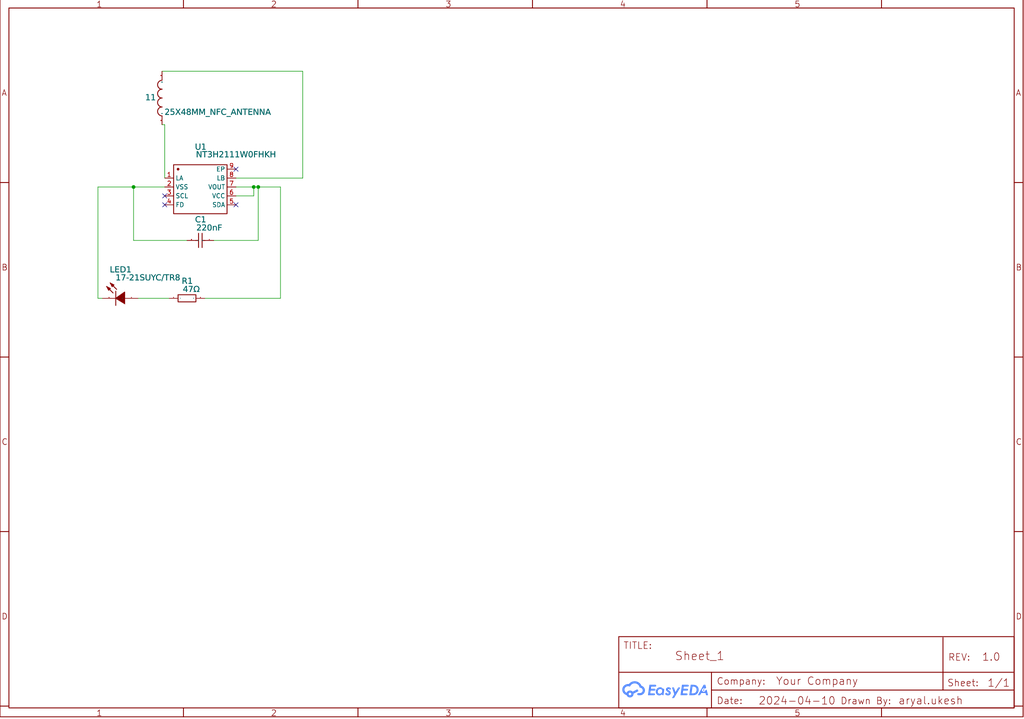
<source format=kicad_sch>
(kicad_sch (version 20231120) (generator "eeschema") (generator_version "8.0")
  (paper "User" 292.1 205.105)
  (lib_symbols
    (symbol "0805F224Z500"
      (property "Reference" "C2" (at -1.4986 6.7691 0))
      (property "Value" "220nF" (at -1.4986 4.4831 0))
      (symbol "0805F224Z500_0_0"
        (pin input line (at -3.81 0 0) (length 2.54) (name "1") (number "1"))
        (pin input line (at 3.81 0 180) (length 2.54) (name "2") (number "2"))
      )
    )
    (symbol "17-21SUYC/TR8"
      (property "Reference" "LED1" (at -2.9464 9.0043 0))
      (property "Value" "17-21SUYC/TR8" (at -2.9464 6.7691 0))
      (symbol "17-21SUYC/TR8_0_0"
        (pin unspecified line (at 5.08 0 180) (length 3.81) (name "+") (number "1"))
        (pin unspecified line (at -5.08 0 0) (length 3.81) (name "-") (number "2"))
      )
    )
    (symbol "25X48MM_NFC_ANTENNA"
      (property "Reference" "1" (at 1.27 0.8509 0))
      (property "Value" "25X48MM_NFC_ANTENNA" (at 1.27 -1.3843 0))
      (symbol "25X48MM_NFC_ANTENNA_0_0"
        (pin bidirectional line (at -0.508 7.62 270) (length 2.4892) (name "P$1") (number "P$1"))
        (pin bidirectional line (at -0.508 -7.62 90) (length 2.4892) (name "P$2") (number "P$2"))
      )
    )
    (symbol "NT3H2111W0FHKH"
      (property "Reference" "U1" (at -1.524 13.5255 0))
      (property "Value" "NT3H2111W0FHKH" (at -1.524 11.4173 0))
      (symbol "NT3H2111W0FHKH_0_0"
        (pin unspecified line (at -10.16 3.81 0) (length 2.54) (name "LA") (number "1"))
        (pin unspecified line (at -10.16 1.27 0) (length 2.54) (name "VSS") (number "2"))
        (pin unspecified line (at -10.16 -1.27 0) (length 2.54) (name "SCL") (number "3"))
        (pin unspecified line (at -10.16 -3.81 0) (length 2.54) (name "FD") (number "4"))
        (pin unspecified line (at 10.16 -3.81 180) (length 2.54) (name "SDA") (number "5"))
        (pin unspecified line (at 10.16 -1.27 180) (length 2.54) (name "VCC") (number "6"))
        (pin unspecified line (at 10.16 1.27 180) (length 2.54) (name "VOUT") (number "7"))
        (pin unspecified line (at 10.16 3.81 180) (length 2.54) (name "LB") (number "8"))
        (pin unspecified line (at 10.16 6.35 180) (length 2.54) (name "EP") (number "9"))
      )
    )
    (symbol "QR0805F47RP05"
      (property "Reference" "R1" (at -1.4986 5.7531 0))
      (property "Value" "47Ω" (at -1.4986 3.4671 0))
      (symbol "QR0805F47RP05_0_0"
        (pin unspecified line (at -5.08 0 0) (length 2.54) (name "1") (number "1"))
        (pin unspecified line (at 5.08 0 180) (length 2.54) (name "2") (number "2"))
      )
    )
    (symbol "Unknown_0_-806"
      (property "Reference" "A" (at 145.161 4.7371 0))
      (property "Value" "A" (at 144.907 2.4511 0))
      (symbol "Unknown_0_-806_0_0"
        (text "1" (at 27.432 -202.6539 0) (effects (font (size 1.6891 1.6891)) (justify left top)))
        (text "1" (at 27.432 -0.4699 0) (effects (font (size 1.6891 1.6891)) (justify left top)))
        (text "1.0" (at 280.0604 -186.3471 0) (effects (font (size 2.1717 2.1717)) (justify left top)))
        (text "1/1" (at 281.5844 -193.7639 0) (effects (font (size 2.1717 2.1717)) (justify left top)))
        (text "2" (at 77.216 -202.6539 0) (effects (font (size 1.6891 1.6891)) (justify left top)))
        (text "2" (at 77.216 -0.4699 0) (effects (font (size 1.6891 1.6891)) (justify left top)))
        (text "2024-04-10" (at 216.3064 -198.8439 0) (effects (font (size 2.1717 2.1717)) (justify left top)))
        (text "3" (at 127 -202.6539 0) (effects (font (size 1.6891 1.6891)) (justify left top)))
        (text "3" (at 127 -0.4699 0) (effects (font (size 1.6891 1.6891)) (justify left top)))
        (text "4" (at 176.784 -202.6539 0) (effects (font (size 1.6891 1.6891)) (justify left top)))
        (text "4" (at 176.784 -0.4699 0) (effects (font (size 1.6891 1.6891)) (justify left top)))
        (text "5" (at 226.568 -202.6539 0) (effects (font (size 1.6891 1.6891)) (justify left top)))
        (text "5" (at 226.568 -0.4699 0) (effects (font (size 1.6891 1.6891)) (justify left top)))
        (text "A" (at 0.381 -25.7429 0) (effects (font (size 1.6891 1.6891)) (justify left top)))
        (text "A" (at 289.687 -25.7429 0) (effects (font (size 1.6891 1.6891)) (justify left top)))
        (text "aryal.ukesh" (at 256.1844 -198.7931 0) (effects (font (size 2.1717 2.1717)) (justify left top)))
        (text "B" (at 0.381 -75.5269 0) (effects (font (size 1.6891 1.6891)) (justify left top)))
        (text "B" (at 289.687 -75.5269 0) (effects (font (size 1.6891 1.6891)) (justify left top)))
        (text "C" (at 0.381 -125.3109 0) (effects (font (size 1.6891 1.6891)) (justify left top)))
        (text "C" (at 289.687 -125.3109 0) (effects (font (size 1.6891 1.6891)) (justify left top)))
        (text "Company:" (at 204.3684 -193.4464 0) (effects (font (size 1.9304 1.9304)) (justify left top)))
        (text "D" (at 0.381 -175.0949 0) (effects (font (size 1.6891 1.6891)) (justify left top)))
        (text "D" (at 289.687 -175.0949 0) (effects (font (size 1.6891 1.6891)) (justify left top)))
        (text "Date:" (at 204.3684 -198.9836 0) (effects (font (size 1.9304 1.9304)) (justify left top)))
        (text "Drawn By:" (at 239.6744 -199.0344 0) (effects (font (size 1.9304 1.9304)) (justify left top)))
        (text "REV:" (at 270.4084 -186.5884 0) (effects (font (size 1.9304 1.9304)) (justify left top)))
        (text "Sheet:" (at 270.1544 -193.9036 0) (effects (font (size 1.9304 1.9304)) (justify left top)))
        (text "Sheet_1" (at 192.4304 -185.928 0) (effects (font (size 2.413 2.413)) (justify left top)))
        (text "TITLE:" (at 177.7746 -183.2356 0) (effects (font (size 1.9304 1.9304)) (justify left top)))
        (text "Your Company" (at 221.2848 -193.2305 0) (effects (font (size 2.1717 2.1717)) (justify left top)))
      )
    )
  )
  (junction (at 38.1 53.34))
  (junction (at 72.39 53.34))
  (junction (at 73.66 53.34))
  (no_connect (at 46.99 58.42))
  (no_connect (at 67.31 48.26))
  (no_connect (at 46.99 55.88))
  (no_connect (at 67.31 58.42))
  (wire (pts (xy 46.99 50.8) (xy 46.99 35.56)))
  (wire (pts (xy 72.39 55.88) (xy 72.39 53.34)))
  (wire (pts (xy 73.66 53.34) (xy 73.66 68.58)))
  (wire (pts (xy 27.94 53.34) (xy 38.1 53.34)))
  (wire (pts (xy 46.228 20.32) (xy 86.36 20.32)))
  (wire (pts (xy 73.66 68.58) (xy 60.96 68.58)))
  (wire (pts (xy 58.42 85.09) (xy 80.01 85.09)))
  (wire (pts (xy 27.94 85.09) (xy 29.21 85.09)))
  (wire (pts (xy 80.01 85.09) (xy 80.01 53.34)))
  (wire (pts (xy 67.31 55.88) (xy 72.39 55.88)))
  (wire (pts (xy 48.26 85.09) (xy 39.37 85.09)))
  (wire (pts (xy 46.99 35.56) (xy 46.228 35.56)))
  (wire (pts (xy 86.36 20.32) (xy 86.36 50.8)))
  (wire (pts (xy 86.36 50.8) (xy 67.31 50.8)))
  (wire (pts (xy 38.1 68.58) (xy 38.1 53.34)))
  (wire (pts (xy 67.31 53.34) (xy 72.39 53.34)))
  (wire (pts (xy 53.34 68.58) (xy 38.1 68.58)))
  (wire (pts (xy 27.94 85.09) (xy 27.94 53.34)))
  (wire (pts (xy 38.1 53.34) (xy 46.99 53.34)))
  (wire (pts (xy 80.01 53.34) (xy 73.66 53.34)))
  (wire (pts (xy 72.39 53.34) (xy 73.66 53.34)))
  (symbol (lib_id "QR0805F47RP05") (at 53.34 85.09 0) (unit 0)
    (property "Reference" "R1" (at 51.8414 79.3369 0) (effects (font (size 1.6891 1.6891)) (justify left top)))
    (property "Value" "47Ω" (at 51.8414 81.6229 0) (effects (font (size 1.6891 1.6891)) (justify left top)))
  )
  (symbol (lib_id "0805F224Z500") (at 57.15 68.58 0) (unit 0)
    (property "Reference" "C1" (at 55.6514 61.8109 0) (effects (font (size 1.6891 1.6891)) (justify left top)))
    (property "Value" "220nF" (at 55.6514 64.0969 0) (effects (font (size 1.6891 1.6891)) (justify left top)))
  )
  (symbol (lib_id "25X48MM_NFC_ANTENNA") (at 45.72 27.94 180) (unit 0)
    (property "Reference" "11" (at 44.45 28.7909 0) (effects (font (size 1.6891 1.6891)) (justify left top)))
    (property "Value" "25X48MM_NFC_ANTENNA" (at 77.47 33.02 0) (effects (font (size 1.6891 1.6891)) (justify left top)))
  )
  (symbol (lib_id "17-21SUYC/TR8") (at 34.29 85.09 0) (unit 0)
    (property "Reference" "LED1" (at 31.3436 76.0857 0) (effects (font (size 1.6891 1.6891)) (justify left top)))
    (property "Value" "17-21SUYC/TR8" (at 31.3436 78.3209 0) (effects (font (size 1.6891 1.6891)) (justify left top)))
  )
  (symbol (lib_id "Unknown_0_-806") (at 0 -0.254 0) (unit 0)
    (property "Reference" "A1" (at 145.161 -4.9911 0) (effects (font (size 1.6891 1.6891)) (justify left top)))
    (property "Value" "A" (at 144.907 -2.7051 0) (effects (font (size 1.6891 1.6891)) (justify left top)))
  )
  (symbol (lib_id "NT3H2111W0FHKH") (at 57.15 54.61 0) (unit 0)
    (property "Reference" "U1" (at 55.626 41.0845 0) (effects (font (size 1.6891 1.6891)) (justify left top)))
    (property "Value" "NT3H2111W0FHKH" (at 55.626 43.1927 0) (effects (font (size 1.6891 1.6891)) (justify left top)))
  )
)
</source>
